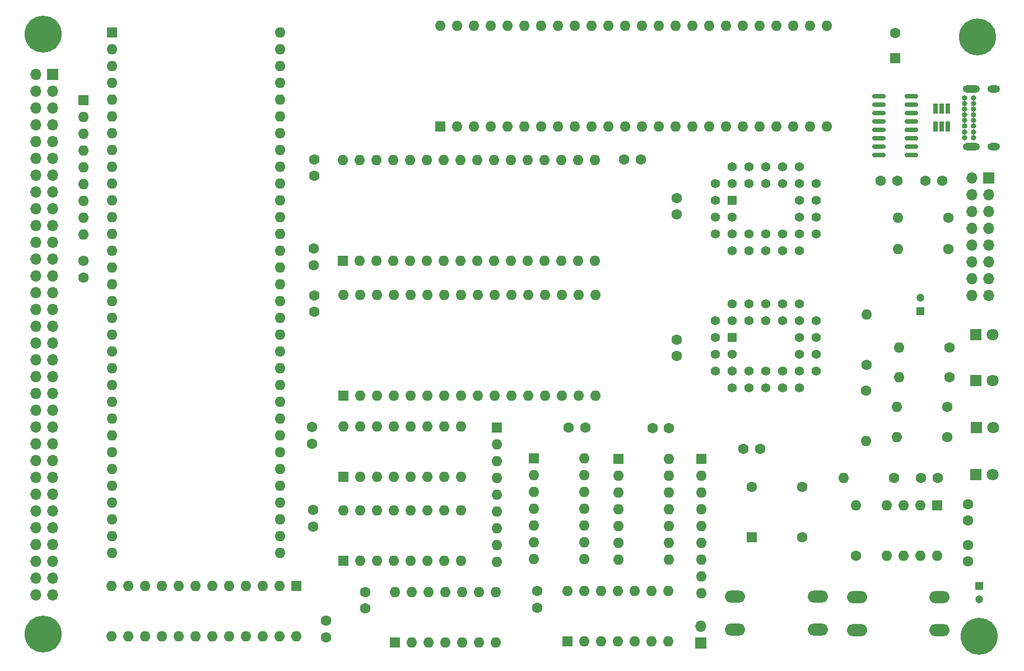
<source format=gbr>
%TF.GenerationSoftware,KiCad,Pcbnew,7.0.10*%
%TF.CreationDate,2024-02-07T22:08:28+01:00*%
%TF.ProjectId,Sixty-n8k,53697874-792d-46e3-986b-2e6b69636164,rev?*%
%TF.SameCoordinates,Original*%
%TF.FileFunction,Soldermask,Top*%
%TF.FilePolarity,Negative*%
%FSLAX46Y46*%
G04 Gerber Fmt 4.6, Leading zero omitted, Abs format (unit mm)*
G04 Created by KiCad (PCBNEW 7.0.10) date 2024-02-07 22:08:28*
%MOMM*%
%LPD*%
G01*
G04 APERTURE LIST*
G04 Aperture macros list*
%AMRoundRect*
0 Rectangle with rounded corners*
0 $1 Rounding radius*
0 $2 $3 $4 $5 $6 $7 $8 $9 X,Y pos of 4 corners*
0 Add a 4 corners polygon primitive as box body*
4,1,4,$2,$3,$4,$5,$6,$7,$8,$9,$2,$3,0*
0 Add four circle primitives for the rounded corners*
1,1,$1+$1,$2,$3*
1,1,$1+$1,$4,$5*
1,1,$1+$1,$6,$7*
1,1,$1+$1,$8,$9*
0 Add four rect primitives between the rounded corners*
20,1,$1+$1,$2,$3,$4,$5,0*
20,1,$1+$1,$4,$5,$6,$7,0*
20,1,$1+$1,$6,$7,$8,$9,0*
20,1,$1+$1,$8,$9,$2,$3,0*%
G04 Aperture macros list end*
%ADD10C,1.600000*%
%ADD11O,1.600000X1.600000*%
%ADD12R,0.650000X1.560000*%
%ADD13R,1.600000X1.600000*%
%ADD14R,1.200000X1.200000*%
%ADD15C,1.200000*%
%ADD16C,0.840000*%
%ADD17O,1.904000X1.104000*%
%ADD18O,2.604000X1.104000*%
%ADD19C,5.600000*%
%ADD20R,1.700000X1.700000*%
%ADD21O,1.700000X1.700000*%
%ADD22O,3.048000X1.850000*%
%ADD23R,1.800000X1.800000*%
%ADD24C,1.800000*%
%ADD25R,1.422400X1.422400*%
%ADD26C,1.422400*%
%ADD27RoundRect,0.150000X0.825000X0.150000X-0.825000X0.150000X-0.825000X-0.150000X0.825000X-0.150000X0*%
G04 APERTURE END LIST*
D10*
%TO.C,R1*%
X200990000Y-121930000D03*
D11*
X193370000Y-121930000D03*
%TD*%
D12*
%TO.C,U9*%
X207245000Y-68740000D03*
X208195000Y-68740000D03*
X209145000Y-68740000D03*
X209145000Y-66040000D03*
X208195000Y-66040000D03*
X207245000Y-66040000D03*
%TD*%
D10*
%TO.C,C11*%
X113382000Y-94314000D03*
X113382000Y-96814000D03*
%TD*%
D13*
%TO.C,U4*%
X117700000Y-89085000D03*
D11*
X120240000Y-89085000D03*
X122780000Y-89085000D03*
X125320000Y-89085000D03*
X127860000Y-89085000D03*
X130400000Y-89085000D03*
X132940000Y-89085000D03*
X135480000Y-89085000D03*
X138020000Y-89085000D03*
X140560000Y-89085000D03*
X143100000Y-89085000D03*
X145640000Y-89085000D03*
X148180000Y-89085000D03*
X150720000Y-89085000D03*
X153260000Y-89085000D03*
X155800000Y-89085000D03*
X155800000Y-73845000D03*
X153260000Y-73845000D03*
X150720000Y-73845000D03*
X148180000Y-73845000D03*
X145640000Y-73845000D03*
X143100000Y-73845000D03*
X140560000Y-73845000D03*
X138020000Y-73845000D03*
X135480000Y-73845000D03*
X132940000Y-73845000D03*
X130400000Y-73845000D03*
X127860000Y-73845000D03*
X125320000Y-73845000D03*
X122780000Y-73845000D03*
X120240000Y-73845000D03*
X117700000Y-73845000D03*
%TD*%
D14*
%TO.C,C19*%
X205000000Y-96710000D03*
D15*
X205000000Y-94710000D03*
%TD*%
D13*
%TO.C,RN3*%
X78440000Y-64750000D03*
D11*
X78440000Y-67290000D03*
X78440000Y-69830000D03*
X78440000Y-72370000D03*
X78440000Y-74910000D03*
X78440000Y-77450000D03*
X78440000Y-79990000D03*
X78440000Y-82530000D03*
X78440000Y-85070000D03*
%TD*%
D13*
%TO.C,U2*%
X207530000Y-126090000D03*
D11*
X204990000Y-126090000D03*
X202450000Y-126090000D03*
X199910000Y-126090000D03*
X199910000Y-133710000D03*
X202450000Y-133710000D03*
X204990000Y-133710000D03*
X207530000Y-133710000D03*
%TD*%
D16*
%TO.C,J1*%
X211677500Y-70425000D03*
X211677500Y-69575000D03*
X211677500Y-68725000D03*
X211677500Y-67875000D03*
X211677500Y-67025000D03*
X211677500Y-66175000D03*
X211677500Y-65325000D03*
X211677500Y-64475000D03*
X213027500Y-64475000D03*
X213027500Y-65325000D03*
X213027500Y-66175000D03*
X213027500Y-67025000D03*
X213027500Y-67875000D03*
X213027500Y-68725000D03*
X213027500Y-69575000D03*
X213027500Y-70425000D03*
D17*
X216037500Y-71775000D03*
X216037500Y-63125000D03*
D18*
X212657500Y-71775000D03*
X212657500Y-63125000D03*
%TD*%
D19*
%TO.C,H3*%
X213595000Y-55205000D03*
%TD*%
D10*
%TO.C,C5*%
X205760000Y-76980000D03*
X208260000Y-76980000D03*
%TD*%
%TO.C,C15*%
X178250000Y-117520000D03*
X180750000Y-117520000D03*
%TD*%
D20*
%TO.C,J3*%
X73790000Y-60900000D03*
D21*
X71250000Y-60900000D03*
X73790000Y-63440000D03*
X71250000Y-63440000D03*
X73790000Y-65980000D03*
X71250000Y-65980000D03*
X73790000Y-68520000D03*
X71250000Y-68520000D03*
X73790000Y-71060000D03*
X71250000Y-71060000D03*
X73790000Y-73600000D03*
X71250000Y-73600000D03*
X73790000Y-76140000D03*
X71250000Y-76140000D03*
X73790000Y-78680000D03*
X71250000Y-78680000D03*
X73790000Y-81220000D03*
X71250000Y-81220000D03*
X73790000Y-83760000D03*
X71250000Y-83760000D03*
X73790000Y-86300000D03*
X71250000Y-86300000D03*
X73790000Y-88840000D03*
X71250000Y-88840000D03*
X73790000Y-91380000D03*
X71250000Y-91380000D03*
X73790000Y-93920000D03*
X71250000Y-93920000D03*
X73790000Y-96460000D03*
X71250000Y-96460000D03*
X73790000Y-99000000D03*
X71250000Y-99000000D03*
X73790000Y-101540000D03*
X71250000Y-101540000D03*
X73790000Y-104080000D03*
X71250000Y-104080000D03*
X73790000Y-106620000D03*
X71250000Y-106620000D03*
X73790000Y-109160000D03*
X71250000Y-109160000D03*
X73790000Y-111700000D03*
X71250000Y-111700000D03*
X73790000Y-114240000D03*
X71250000Y-114240000D03*
X73790000Y-116780000D03*
X71250000Y-116780000D03*
X73790000Y-119320000D03*
X71250000Y-119320000D03*
X73790000Y-121860000D03*
X71250000Y-121860000D03*
X73790000Y-124400000D03*
X71250000Y-124400000D03*
X73790000Y-126940000D03*
X71250000Y-126940000D03*
X73790000Y-129480000D03*
X71250000Y-129480000D03*
X73790000Y-132020000D03*
X71250000Y-132020000D03*
X73790000Y-134560000D03*
X71250000Y-134560000D03*
X73790000Y-137100000D03*
X71250000Y-137100000D03*
X73790000Y-139640000D03*
X71250000Y-139640000D03*
%TD*%
D10*
%TO.C,C22*%
X147080000Y-139040000D03*
X147080000Y-141540000D03*
%TD*%
%TO.C,R7*%
X209410000Y-102210000D03*
D11*
X201790000Y-102210000D03*
%TD*%
D22*
%TO.C,SW1*%
X195360000Y-139950000D03*
X207860000Y-139950000D03*
X195360000Y-144950000D03*
X207860000Y-144950000D03*
%TD*%
D23*
%TO.C,D3*%
X213310000Y-107220000D03*
D24*
X215850000Y-107220000D03*
%TD*%
D10*
%TO.C,R6*%
X209230000Y-82540000D03*
D11*
X201610000Y-82540000D03*
%TD*%
D10*
%TO.C,R10*%
X196770000Y-108770000D03*
D11*
X196770000Y-116390000D03*
%TD*%
D25*
%TO.C,U3*%
X176512000Y-79904000D03*
D26*
X173972000Y-82444000D03*
X176512000Y-82444000D03*
X173972000Y-84984000D03*
X176512000Y-87524000D03*
X176512000Y-84984000D03*
X179052000Y-87524000D03*
X179052000Y-84984000D03*
X181592000Y-87524000D03*
X181592000Y-84984000D03*
X184132000Y-87524000D03*
X184132000Y-84984000D03*
X186672000Y-87524000D03*
X189212000Y-84984000D03*
X186672000Y-84984000D03*
X189212000Y-82444000D03*
X186672000Y-82444000D03*
X189212000Y-79904000D03*
X186672000Y-79904000D03*
X189212000Y-77364000D03*
X186672000Y-74824000D03*
X186672000Y-77364000D03*
X184132000Y-74824000D03*
X184132000Y-77364000D03*
X181592000Y-74824000D03*
X181592000Y-77364000D03*
X179052000Y-74824000D03*
X179052000Y-77364000D03*
X176512000Y-74824000D03*
X173972000Y-77364000D03*
X176512000Y-77364000D03*
X173972000Y-79904000D03*
%TD*%
D13*
%TO.C,U14*%
X132430000Y-68770000D03*
D11*
X134970000Y-68770000D03*
X137510000Y-68770000D03*
X140050000Y-68770000D03*
X142590000Y-68770000D03*
X145130000Y-68770000D03*
X147670000Y-68770000D03*
X150210000Y-68770000D03*
X152750000Y-68770000D03*
X155290000Y-68770000D03*
X157830000Y-68770000D03*
X160370000Y-68770000D03*
X162910000Y-68770000D03*
X165450000Y-68770000D03*
X167990000Y-68770000D03*
X170530000Y-68770000D03*
X173070000Y-68770000D03*
X175610000Y-68770000D03*
X178150000Y-68770000D03*
X180690000Y-68770000D03*
X183230000Y-68770000D03*
X185770000Y-68770000D03*
X188310000Y-68770000D03*
X190850000Y-68770000D03*
X190850000Y-53530000D03*
X188310000Y-53530000D03*
X185770000Y-53530000D03*
X183230000Y-53530000D03*
X180690000Y-53530000D03*
X178150000Y-53530000D03*
X175610000Y-53530000D03*
X173070000Y-53530000D03*
X170530000Y-53530000D03*
X167990000Y-53530000D03*
X165450000Y-53530000D03*
X162910000Y-53530000D03*
X160370000Y-53530000D03*
X157830000Y-53530000D03*
X155290000Y-53530000D03*
X152750000Y-53530000D03*
X150210000Y-53530000D03*
X147670000Y-53530000D03*
X145130000Y-53530000D03*
X142590000Y-53530000D03*
X140050000Y-53530000D03*
X137510000Y-53530000D03*
X134970000Y-53530000D03*
X132430000Y-53530000D03*
%TD*%
D20*
%TO.C,J4*%
X171810000Y-146910000D03*
D21*
X171810000Y-144370000D03*
%TD*%
D14*
%TO.C,C3*%
X213830000Y-138280000D03*
D15*
X213830000Y-140280000D03*
%TD*%
D10*
%TO.C,R3*%
X209000000Y-115770000D03*
D11*
X201380000Y-115770000D03*
%TD*%
D23*
%TO.C,D2*%
X213410000Y-114285000D03*
D24*
X215950000Y-114285000D03*
%TD*%
D19*
%TO.C,H4*%
X72350000Y-145530000D03*
%TD*%
D25*
%TO.C,U8*%
X176512000Y-100692000D03*
D26*
X173972000Y-103232000D03*
X176512000Y-103232000D03*
X173972000Y-105772000D03*
X176512000Y-108312000D03*
X176512000Y-105772000D03*
X179052000Y-108312000D03*
X179052000Y-105772000D03*
X181592000Y-108312000D03*
X181592000Y-105772000D03*
X184132000Y-108312000D03*
X184132000Y-105772000D03*
X186672000Y-108312000D03*
X189212000Y-105772000D03*
X186672000Y-105772000D03*
X189212000Y-103232000D03*
X186672000Y-103232000D03*
X189212000Y-100692000D03*
X186672000Y-100692000D03*
X189212000Y-98152000D03*
X186672000Y-95612000D03*
X186672000Y-98152000D03*
X184132000Y-95612000D03*
X184132000Y-98152000D03*
X181592000Y-95612000D03*
X181592000Y-98152000D03*
X179052000Y-95612000D03*
X179052000Y-98152000D03*
X176512000Y-95612000D03*
X173972000Y-98152000D03*
X176512000Y-98152000D03*
X173972000Y-100692000D03*
%TD*%
D22*
%TO.C,SW2*%
X176950000Y-139900000D03*
X189450000Y-139900000D03*
X176950000Y-144900000D03*
X189450000Y-144900000D03*
%TD*%
D10*
%TO.C,C1*%
X205080000Y-121920000D03*
X207580000Y-121920000D03*
%TD*%
%TO.C,C21*%
X113210000Y-126800000D03*
X113210000Y-129300000D03*
%TD*%
D13*
%TO.C,C16*%
X201180000Y-58470000D03*
D10*
X201180000Y-54670000D03*
%TD*%
D13*
%TO.C,U13*%
X117770000Y-121800000D03*
D11*
X120310000Y-121800000D03*
X122850000Y-121800000D03*
X125390000Y-121800000D03*
X127930000Y-121800000D03*
X130470000Y-121800000D03*
X133010000Y-121800000D03*
X135550000Y-121800000D03*
X135550000Y-114180000D03*
X133010000Y-114180000D03*
X130470000Y-114180000D03*
X127930000Y-114180000D03*
X125390000Y-114180000D03*
X122850000Y-114180000D03*
X120310000Y-114180000D03*
X117770000Y-114180000D03*
%TD*%
D13*
%TO.C,X1*%
X179510000Y-130950000D03*
D10*
X187130000Y-130950000D03*
X187130000Y-123330000D03*
X179510000Y-123330000D03*
%TD*%
%TO.C,C20*%
X113010000Y-114260000D03*
X113010000Y-116760000D03*
%TD*%
%TO.C,R5*%
X209230000Y-87340000D03*
D11*
X201610000Y-87340000D03*
%TD*%
D10*
%TO.C,C10*%
X113382000Y-76260000D03*
X113382000Y-73760000D03*
%TD*%
%TO.C,C8*%
X212160000Y-134570000D03*
X212160000Y-132070000D03*
%TD*%
%TO.C,C9*%
X160200000Y-73730000D03*
X162700000Y-73730000D03*
%TD*%
%TO.C,C12*%
X115170000Y-146040000D03*
X115170000Y-143540000D03*
%TD*%
%TO.C,R2*%
X195200000Y-133710000D03*
D11*
X195200000Y-126090000D03*
%TD*%
D13*
%TO.C,U7*%
X117740000Y-109460000D03*
D11*
X120280000Y-109460000D03*
X122820000Y-109460000D03*
X125360000Y-109460000D03*
X127900000Y-109460000D03*
X130440000Y-109460000D03*
X132980000Y-109460000D03*
X135520000Y-109460000D03*
X138060000Y-109460000D03*
X140600000Y-109460000D03*
X143140000Y-109460000D03*
X145680000Y-109460000D03*
X148220000Y-109460000D03*
X150760000Y-109460000D03*
X153300000Y-109460000D03*
X155840000Y-109460000D03*
X155840000Y-94220000D03*
X153300000Y-94220000D03*
X150760000Y-94220000D03*
X148220000Y-94220000D03*
X145680000Y-94220000D03*
X143140000Y-94220000D03*
X140600000Y-94220000D03*
X138060000Y-94220000D03*
X135520000Y-94220000D03*
X132980000Y-94220000D03*
X130440000Y-94220000D03*
X127900000Y-94220000D03*
X125360000Y-94220000D03*
X122820000Y-94220000D03*
X120280000Y-94220000D03*
X117740000Y-94220000D03*
%TD*%
D10*
%TO.C,C13*%
X198990000Y-76966000D03*
X201490000Y-76966000D03*
%TD*%
%TO.C,C18*%
X168130000Y-100986000D03*
X168130000Y-103486000D03*
%TD*%
D27*
%TO.C,U17*%
X203620000Y-73090000D03*
X203620000Y-71820000D03*
X203620000Y-70550000D03*
X203620000Y-69280000D03*
X203620000Y-68010000D03*
X203620000Y-66740000D03*
X203620000Y-65470000D03*
X203620000Y-64200000D03*
X198670000Y-64200000D03*
X198670000Y-65470000D03*
X198670000Y-66740000D03*
X198670000Y-68010000D03*
X198670000Y-69280000D03*
X198670000Y-70550000D03*
X198670000Y-71820000D03*
X198670000Y-73090000D03*
%TD*%
D23*
%TO.C,D4*%
X213350000Y-100230000D03*
D24*
X215890000Y-100230000D03*
%TD*%
D19*
%TO.C,H1*%
X213895000Y-145930000D03*
%TD*%
D10*
%TO.C,C4*%
X154300000Y-114360000D03*
X151800000Y-114360000D03*
%TD*%
D13*
%TO.C,U1*%
X146560000Y-119005000D03*
D11*
X146560000Y-121545000D03*
X146560000Y-124085000D03*
X146560000Y-126625000D03*
X146560000Y-129165000D03*
X146560000Y-131705000D03*
X146560000Y-134245000D03*
X154180000Y-134245000D03*
X154180000Y-131705000D03*
X154180000Y-129165000D03*
X154180000Y-126625000D03*
X154180000Y-124085000D03*
X154180000Y-121545000D03*
X154180000Y-119005000D03*
%TD*%
D13*
%TO.C,U11*%
X159340000Y-119070000D03*
D11*
X159340000Y-121610000D03*
X159340000Y-124150000D03*
X159340000Y-126690000D03*
X159340000Y-129230000D03*
X159340000Y-131770000D03*
X159340000Y-134310000D03*
X166960000Y-134310000D03*
X166960000Y-131770000D03*
X166960000Y-129230000D03*
X166960000Y-126690000D03*
X166960000Y-124150000D03*
X166960000Y-121610000D03*
X166960000Y-119070000D03*
%TD*%
D13*
%TO.C,RN2*%
X171820000Y-119070000D03*
D11*
X171820000Y-121610000D03*
X171820000Y-124150000D03*
X171820000Y-126690000D03*
X171820000Y-129230000D03*
X171820000Y-131770000D03*
X171820000Y-134310000D03*
X171820000Y-136850000D03*
X171820000Y-139390000D03*
%TD*%
D23*
%TO.C,D1*%
X213320000Y-121435000D03*
D24*
X215860000Y-121435000D03*
%TD*%
D13*
%TO.C,U19*%
X125525000Y-146870000D03*
D11*
X128065000Y-146870000D03*
X130605000Y-146870000D03*
X133145000Y-146870000D03*
X135685000Y-146870000D03*
X138225000Y-146870000D03*
X140765000Y-146870000D03*
X140765000Y-139250000D03*
X138225000Y-139250000D03*
X135685000Y-139250000D03*
X133145000Y-139250000D03*
X130605000Y-139250000D03*
X128065000Y-139250000D03*
X125525000Y-139250000D03*
%TD*%
D13*
%TO.C,U16*%
X117770000Y-134430000D03*
D11*
X120310000Y-134430000D03*
X122850000Y-134430000D03*
X125390000Y-134430000D03*
X127930000Y-134430000D03*
X130470000Y-134430000D03*
X133010000Y-134430000D03*
X135550000Y-134430000D03*
X135550000Y-126810000D03*
X133010000Y-126810000D03*
X130470000Y-126810000D03*
X127930000Y-126810000D03*
X125390000Y-126810000D03*
X122850000Y-126810000D03*
X120310000Y-126810000D03*
X117770000Y-126810000D03*
%TD*%
D13*
%TO.C,U6*%
X82750000Y-54560000D03*
D11*
X82750000Y-57100000D03*
X82750000Y-59640000D03*
X82750000Y-62180000D03*
X82750000Y-64720000D03*
X82750000Y-67260000D03*
X82750000Y-69800000D03*
X82750000Y-72340000D03*
X82750000Y-74880000D03*
X82750000Y-77420000D03*
X82750000Y-79960000D03*
X82750000Y-82500000D03*
X82750000Y-85040000D03*
X82750000Y-87580000D03*
X82750000Y-90120000D03*
X82750000Y-92660000D03*
X82750000Y-95200000D03*
X82750000Y-97740000D03*
X82750000Y-100280000D03*
X82750000Y-102820000D03*
X82750000Y-105360000D03*
X82750000Y-107900000D03*
X82750000Y-110440000D03*
X82750000Y-112980000D03*
X82750000Y-115520000D03*
X82750000Y-118060000D03*
X82750000Y-120600000D03*
X82750000Y-123140000D03*
X82750000Y-125680000D03*
X82750000Y-128220000D03*
X82750000Y-130760000D03*
X82750000Y-133300000D03*
X108150000Y-133300000D03*
X108150000Y-130760000D03*
X108150000Y-128220000D03*
X108150000Y-125680000D03*
X108150000Y-123140000D03*
X108150000Y-120600000D03*
X108150000Y-118060000D03*
X108150000Y-115520000D03*
X108150000Y-112980000D03*
X108150000Y-110440000D03*
X108150000Y-107900000D03*
X108150000Y-105360000D03*
X108150000Y-102820000D03*
X108150000Y-100280000D03*
X108150000Y-97740000D03*
X108150000Y-95200000D03*
X108150000Y-92660000D03*
X108150000Y-90120000D03*
X108150000Y-87580000D03*
X108150000Y-85040000D03*
X108150000Y-82500000D03*
X108150000Y-79960000D03*
X108150000Y-77420000D03*
X108150000Y-74880000D03*
X108150000Y-72340000D03*
X108150000Y-69800000D03*
X108150000Y-67260000D03*
X108150000Y-64720000D03*
X108150000Y-62180000D03*
X108150000Y-59640000D03*
X108150000Y-57100000D03*
X108150000Y-54560000D03*
%TD*%
D10*
%TO.C,R8*%
X209400000Y-106660000D03*
D11*
X201780000Y-106660000D03*
%TD*%
D10*
%TO.C,C2*%
X212120000Y-128390000D03*
X212120000Y-125890000D03*
%TD*%
%TO.C,R4*%
X209050000Y-111180000D03*
D11*
X201430000Y-111180000D03*
%TD*%
D20*
%TO.C,J2*%
X215270000Y-76545000D03*
D21*
X212730000Y-76545000D03*
X215270000Y-79085000D03*
X212730000Y-79085000D03*
X215270000Y-81625000D03*
X212730000Y-81625000D03*
X215270000Y-84165000D03*
X212730000Y-84165000D03*
X215270000Y-86705000D03*
X212730000Y-86705000D03*
X215270000Y-89245000D03*
X212730000Y-89245000D03*
X215270000Y-91785000D03*
X212730000Y-91785000D03*
X215270000Y-94325000D03*
X212730000Y-94325000D03*
%TD*%
D13*
%TO.C,U10*%
X151630000Y-146700000D03*
D11*
X154170000Y-146700000D03*
X156710000Y-146700000D03*
X159250000Y-146700000D03*
X161790000Y-146700000D03*
X164330000Y-146700000D03*
X166870000Y-146700000D03*
X166870000Y-139080000D03*
X164330000Y-139080000D03*
X161790000Y-139080000D03*
X159250000Y-139080000D03*
X156710000Y-139080000D03*
X154170000Y-139080000D03*
X151630000Y-139080000D03*
%TD*%
D13*
%TO.C,U12*%
X110615000Y-138270000D03*
D11*
X108075000Y-138270000D03*
X105535000Y-138270000D03*
X102995000Y-138270000D03*
X100455000Y-138270000D03*
X97915000Y-138270000D03*
X95375000Y-138270000D03*
X92835000Y-138270000D03*
X90295000Y-138270000D03*
X87755000Y-138270000D03*
X85215000Y-138270000D03*
X82675000Y-138270000D03*
X82675000Y-145890000D03*
X85215000Y-145890000D03*
X87755000Y-145890000D03*
X90295000Y-145890000D03*
X92835000Y-145890000D03*
X95375000Y-145890000D03*
X97915000Y-145890000D03*
X100455000Y-145890000D03*
X102995000Y-145890000D03*
X105535000Y-145890000D03*
X108075000Y-145890000D03*
X110615000Y-145890000D03*
%TD*%
D10*
%TO.C,C6*%
X166980000Y-114420000D03*
X164480000Y-114420000D03*
%TD*%
%TO.C,C17*%
X168130000Y-82080000D03*
X168130000Y-79580000D03*
%TD*%
%TO.C,R9*%
X196870000Y-104830000D03*
D11*
X196870000Y-97210000D03*
%TD*%
D13*
%TO.C,RN1*%
X140990000Y-114360000D03*
D11*
X140990000Y-116900000D03*
X140990000Y-119440000D03*
X140990000Y-121980000D03*
X140990000Y-124520000D03*
X140990000Y-127060000D03*
X140990000Y-129600000D03*
X140990000Y-132140000D03*
X140990000Y-134680000D03*
%TD*%
D10*
%TO.C,C23*%
X121100000Y-141670000D03*
X121100000Y-139170000D03*
%TD*%
D19*
%TO.C,H2*%
X72345000Y-54805000D03*
%TD*%
D10*
%TO.C,C7*%
X113310000Y-89760000D03*
X113310000Y-87260000D03*
%TD*%
%TO.C,C14*%
X78500000Y-89090000D03*
X78500000Y-91590000D03*
%TD*%
M02*

</source>
